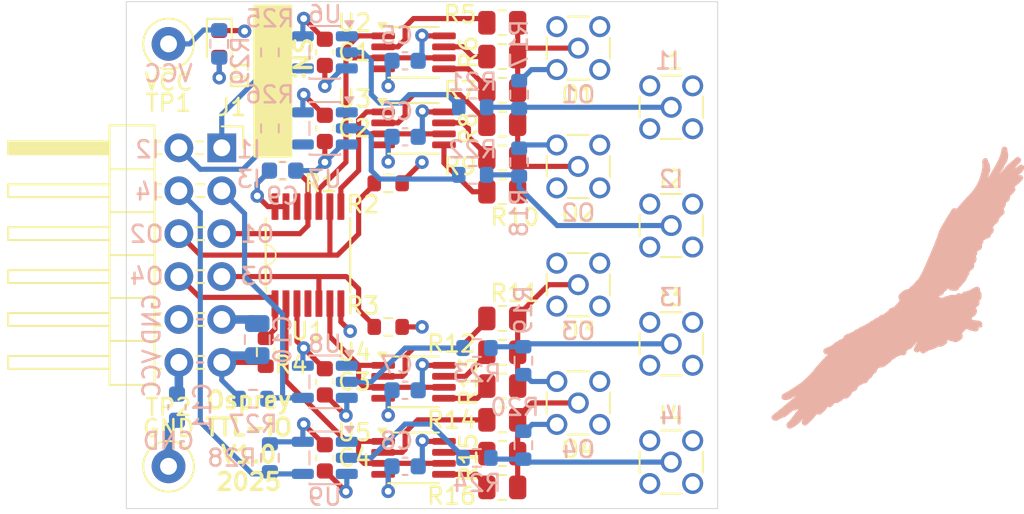
<source format=kicad_pcb>
(kicad_pcb (version 20241229) (generator "pcbnew") (generator_version "9.0")
  (title_block (title "LVTTL PMOD") (date "2025-11-04") (rev "v1.0") (company "SPDX-FileCopyrightText: 2025 Osprey DCS") (comment 1 "SPDX-License-Identifier: CERN-OHL-S-2.0+"))
  (layers (0 "F.Cu" signal) (4 "In1.Cu" signal) (6 "In2.Cu" signal) (2 "B.Cu" signal) (13 "F.Paste" user) (15 "B.Paste" user) (5 "F.SilkS" user "F.Silkscreen") (7 "B.SilkS" user "B.Silkscreen") (1 "F.Mask" user) (3 "B.Mask" user) (25 "Edge.Cuts" user))
  (net 0 "")
  (net 1 "GND")
  (net 2 "+3.3V")
  (net 3 "Net-(D1-A)")
  (net 4 "/PMOD_IN3")
  (net 5 "/PMOD_IN2")
  (net 6 "/PMOD_IN1")
  (net 7 "/PMOD_OUT2")
  (net 8 "/PMOD_IN4")
  (net 9 "/PMOD_OUT4")
  (net 10 "/PMOD_OUT1")
  (net 11 "/OUT1")
  (net 12 "/IN1")
  (net 13 "/OUT2")
  (net 14 "/IN2")
  (net 15 "/IN3")
  (net 16 "/IN4")
  (net 17 "/OUT4")
  (net 18 "/OUT3")
  (net 19 "Net-(U2-3Y)")
  (net 20 "Net-(U2-1Y)")
  (net 21 "Net-(U2-2Y)")
  (net 22 "Net-(U3-3Y)")
  (net 23 "Net-(U3-1Y)")
  (net 24 "Net-(U3-2Y)")
  (net 25 "Net-(U4-3Y)")
  (net 26 "Net-(U4-1Y)")
  (net 27 "Net-(U4-2Y)")
  (net 28 "Net-(U5-2Y)")
  (net 29 "Net-(U6-1A)")
  (net 30 "Net-(U7-1A)")
  (net 31 "Net-(U8-1A)")
  (net 32 "Net-(U9-1A)")
  (net 34 "Net-(U1-5Y)")
  (net 35 "Net-(U1-4Y)")
  (net 36 "Net-(U1-3Y)")
  (net 37 "/PMOD_OUT3")
  (net 38 "Net-(U1-1Y)")
  (net 42 "Net-(U5-1Y)")
  (net 45 "Net-(U5-3Y)")
  (footprint "0local:MMCX_THT_Vertical" (layer "F.Cu") (at 154.25 72.75)
    (property "Reference" "O1")
    (property "Value" "MMCX")
  )
  (footprint "0local:R_0805_2012Metric" (layer "F.Cu") (at 149.75 81.25)
    (property "Reference" "R10")
    (property "Value" "10")
  )
  (footprint "0local:LED_0603_1608Metric" (layer "F.Cu") (at 133 72.5 -90)
    (property "Reference" "D1")
    (property "Value" "LED_Green")
  )
  (footprint "0local:SN74LVC3G34DCT" (layer "F.Cu") (at 144.5 97)
    (property "Reference" "U5")
    (property "Value" "SN74LVC3G34DCT")
  )
  (footprint "0local:SN74LVC3G34DCT" (layer "F.Cu") (at 144.5 77.5)
    (property "Reference" "U3")
    (property "Value" "SN74LVC3G34DCT")
  )
  (footprint "0local:MMCX_THT_Vertical" (layer "F.Cu") (at 159.75 97.25)
    (property "Reference" "I4")
    (property "Value" "MMCX")
  )
  (footprint "0local:R_0805_2012Metric" (layer "F.Cu") (at 149.75 75.25)
    (property "Reference" "R7")
    (property "Value" "10")
  )
  (footprint "0local:TestPoint_Loop_D1.80mm_Drill1.0mm_Beaded" (layer "F.Cu") (at 130 72.5)
    (property "Reference" "TP1")
    (property "Value" "TestPointRed")
  )
  (footprint "0local:MMCX_THT_Vertical" (layer "F.Cu") (at 159.75 76.25)
    (property "Reference" "I1")
    (property "Value" "MMCX")
  )
  (footprint "0local:Mounting_Hole_Slot" (layer "F.Cu") (at 145.596 85)
    (property "Reference" "H1" (hide yes))
    (property "Value" "~" (hide yes))
  )
  (footprint "0local:R_0805_2012Metric" (layer "F.Cu") (at 149.75 92.75)
    (property "Reference" "R13")
    (property "Value" "10")
  )
  (footprint "0local:R_0805_2012Metric" (layer "F.Cu") (at 149.75 90.75)
    (property "Reference" "R12")
    (property "Value" "10")
  )
  (footprint "0local:C_0603_1608Metric" (layer "F.Cu") (at 139.25 92.5 90)
    (property "Reference" "C3")
    (property "Value" "100n")
  )
  (footprint "0local:R_0805_2012Metric" (layer "F.Cu") (at 149.75 77.25)
    (property "Reference" "R8")
    (property "Value" "10")
  )
  (footprint "0local:MMCX_THT_Vertical" (layer "F.Cu") (at 159.75 83.25)
    (property "Reference" "I2")
    (property "Value" "MMCX")
  )
  (footprint "0local:SN74AC1xPWR" (layer "F.Cu") (at 138.25 85 90)
    (property "Reference" "U1")
    (property "Value" "SN74AC14PWR")
  )
  (footprint "0local:R_0805_2012Metric" (layer "F.Cu") (at 149.75 79.25)
    (property "Reference" "R9")
    (property "Value" "10")
  )
  (footprint "0local:TestPoint_Loop_D1.80mm_Drill1.0mm_Beaded" (layer "F.Cu") (at 130 97.5)
    (property "Reference" "TP2")
    (property "Value" "TestPointBlack")
  )
  (footprint "0local:R_0603_1608Metric" (layer "F.Cu") (at 143 89.25 180)
    (property "Reference" "R3")
    (property "Value" "10k")
  )
  (footprint "0local:R_0603_1608Metric" (layer "F.Cu") (at 143 80.75 180)
    (property "Reference" "R2")
    (property "Value" "10k")
  )
  (footprint "0local:MMCX_THT_Vertical" (layer "F.Cu") (at 154.25 93.75)
    (property "Reference" "O4")
    (property "Value" "MMCX")
  )
  (footprint "0local:R_0805_2012Metric" (layer "F.Cu") (at 149.75 88.75)
    (property "Reference" "R11")
    (property "Value" "10")
  )
  (footprint "0local:R_0603_1608Metric" (layer "F.Cu") (at 135.75 90.75 90)
    (property "Reference" "R4")
    (property "Value" "10k")
  )
  (footprint "0local:SN74LVC3G34DCT" (layer "F.Cu") (at 144.5 73)
    (property "Reference" "U2")
    (property "Value" "SN74LVC3G34DCT")
  )
  (footprint "0local:MMCX_THT_Vertical" (layer "F.Cu") (at 159.75 90.25)
    (property "Reference" "I3")
    (property "Value" "MMCX")
  )
  (footprint "0local:MMCX_THT_Vertical" (layer "F.Cu") (at 154.25 86.75)
    (property "Reference" "O3")
    (property "Value" "MMCX")
  )
  (footprint "0local:R_0805_2012Metric" (layer "F.Cu") (at 149.75 94.75)
    (property "Reference" "R14")
    (property "Value" "10")
  )
  (footprint "0local:R_0805_2012Metric" (layer "F.Cu") (at 149.75 96.75)
    (property "Reference" "R15")
    (property "Value" "10")
  )
  (footprint "0local:C_0603_1608Metric" (layer "F.Cu") (at 139.25 97 90)
    (property "Reference" "C4")
    (property "Value" "100n")
  )
  (footprint "0local:C_0603_1608Metric" (layer "F.Cu") (at 139.25 73 90)
    (property "Reference" "C1")
    (property "Value" "100n")
  )
  (footprint "0local:R_0805_2012Metric" (layer "F.Cu") (at 149.75 73.25)
    (property "Reference" "R6")
    (property "Value" "10")
  )
  (footprint "0local:PMOD_2x06_P2.54mm_Mirrored" (layer "F.Cu") (at 133.15 91.35 180)
    (property "Reference" "J1")
    (property "Value" "PMOD")
  )
  (footprint "0local:MMCX_THT_Vertical" (layer "F.Cu") (at 154.25 79.75)
    (property "Reference" "O2")
    (property "Value" "MMCX")
  )
  (footprint "0local:R_0805_2012Metric" (layer "F.Cu") (at 149.75 98.75)
    (property "Reference" "R16")
    (property "Value" "10")
  )
  (footprint "0local:R_0603_1608Metric" (layer "F.Cu") (at 136.75 80)
    (property "Reference" "R1")
    (property "Value" "10k")
  )
  (footprint "0local:C_0603_1608Metric" (layer "F.Cu") (at 139.25 77.5 90)
    (property "Reference" "C2")
    (property "Value" "100n")
  )
  (footprint "0local:SN74LVC3G34DCT" (layer "F.Cu") (at 144.5 92.5)
    (property "Reference" "U4")
    (property "Value" "SN74LVC3G34DCT")
  )
  (footprint "0local:R_0805_2012Metric" (layer "F.Cu") (at 149.75 71.25)
    (property "Reference" "R5")
    (property "Value" "10")
  )
  (footprint "0local:C_0603_1608Metric" (layer "B.Cu") (at 144 93)
    (property "Reference" "C7")
    (property "Value" "100n")
  )
  (footprint "0local:R_0603_1608Metric" (layer "B.Cu") (at 148.25 90.5)
    (property "Reference" "R23")
    (property "Value" "1k")
  )
  (footprint "0local:R_0603_1608Metric" (layer "B.Cu") (at 148 80.25)
    (property "Reference" "R22")
    (property "Value" "1k")
  )
  (footprint "0local:R_0603_1608Metric" (layer "B.Cu") (at 150.75 75.5 -90)
    (property "Reference" "R17")
    (property "Value" "49.9k")
  )
  (footprint "0local:R_0603_1608Metric" (layer "B.Cu") (at 151 96.25 -90)
    (property "Reference" "R20")
    (property "Value" "49.9k")
  )
  (footprint "0local:R_0603_1608Metric" (layer "B.Cu") (at 151 91.25 90)
    (property "Reference" "R19")
    (property "Value" "49.9k")
  )
  (footprint "0local:C_0805_2012Metric" (layer "B.Cu") (at 135.25 90 90)
    (property "Reference" "C10")
    (property "Value" "10u")
  )
  (footprint "0local:SN74LVC1G16DBVR" (layer "B.Cu") (at 139.25 97 180)
    (property "Reference" "U9")
    (property "Value" "SN74LVC1G16DBVR")
  )
  (footprint "0local:R_0603_1608Metric" (layer "B.Cu") (at 150.75 79.5 -90)
    (property "Reference" "R18")
    (property "Value" "49.9k")
  )
  (footprint "0local:R_0603_1608Metric" (layer "B.Cu") (at 133 72.5 -90)
    (property "Reference" "R29")
    (property "Value" "1k")
  )
  (footprint "0local:C_0603_1608Metric" (layer "B.Cu") (at 130.5 94 -90)
    (property "Reference" "C11")
    (property "Value" "1u")
  )
  (footprint "0local:C_0603_1608Metric" (layer "B.Cu") (at 136.75 80 180)
    (property "Reference" "C9")
    (property "Value" "100n")
  )
  (footprint "0local:SN74LVC1G16DBVR" (layer "B.Cu") (at 139.25 77.5 180)
    (property "Reference" "U7")
    (property "Value" "SN74LVC1G16DBVR")
  )
  (footprint "0local:SN74LVC1G16DBVR" (layer "B.Cu") (at 139.25 92.5 180)
    (property "Reference" "U8")
    (property "Value" "SN74LVC1G16DBVR")
  )
  (footprint "0local:C_0603_1608Metric" (layer "B.Cu") (at 144 73.5)
    (property "Reference" "C5")
    (property "Value" "100n")
  )
  (footprint "0local:R_0603_1608Metric" (layer "B.Cu") (at 136 73 -90)
    (property "Reference" "R25")
    (property "Value" "10k")
  )
  (footprint "0local:SN74LVC1G16DBVR" (layer "B.Cu") (at 139.25 73 180)
    (property "Reference" "U6")
    (property "Value" "SN74LVC1G16DBVR")
  )
  (footprint "0local:Logo_2X" (layer "B.Cu") (at 173.118819 87.537283 180)
    (property "Reference" "Logo1" (hide yes))
    (property "Value" "Logo_Open_Hardware_Small" (hide yes))
  )
  (footprint "0local:C_0603_1608Metric" (layer "B.Cu") (at 144 78)
    (property "Reference" "C6")
    (property "Value" "100n")
  )
  (footprint "0local:R_0603_1608Metric" (layer "B.Cu") (at 148.25 97)
    (property "Reference" "R24")
    (property "Value" "1k")
  )
  (footprint "0local:R_0603_1608Metric" (layer "B.Cu") (at 135 93.5)
    (property "Reference" "R27")
    (property "Value" "10k")
  )
  (footprint "0local:R_0603_1608Metric" (layer "B.Cu") (at 136 97 -90)
    (property "Reference" "R28")
    (property "Value" "10k")
  )
  (footprint "0local:C_0603_1608Metric" (layer "B.Cu") (at 144 97.5)
    (property "Reference" "C8")
    (property "Value" "100n")
  )
  (footprint "0local:R_0603_1608Metric" (layer "B.Cu") (at 136 77.5 -90)
    (property "Reference" "R26")
    (property "Value" "10k")
  )
  (footprint "0local:R_0603_1608Metric" (layer "B.Cu") (at 148 76.25)
    (property "Reference" "R21")
    (property "Value" "1k")
  )
  (gr_rect (start 135.095 70.25) (end 137.25 79.15) (stroke (width 0.15)) (fill yes) (layer "F.SilkS"))
  (gr_line (start 131.7 91.35) (end 132.05 91.35) (stroke (width 0.15)) (layer "B.SilkS"))
  (gr_line (start 131.7 88.8) (end 132.05 88.8) (stroke (width 0.15)) (layer "B.SilkS"))
  (gr_rect (start 127.5 70) (end 162.5 100) (stroke (width 0.05)) (fill no) (layer "Edge.Cuts"))
  (gr_text "SN:" (at 137.3 72 270) (layer "F.SilkS") (effects (font (size 1 1) (thickness 0.2) (bold yes)) (justify left bottom)))
  (gr_text "GND" (at 130 95.25 0) (layer "F.SilkS") (effects (font (size 1 1))))
  (gr_text "VCC" (at 130 74.75 0) (layer "F.SilkS") (effects (font (size 1 1))))
  (gr_text "Osprey\nTTL-IO\nV1.0\n2025" (at 134.75 96 0) (layer "F.SilkS") (effects (font (size 1 1) (thickness 0.2) (bold yes))))
  (gr_text "I2" (at 128.75 78.75 0) (layer "B.SilkS") (effects (font (size 1 1)) (justify mirror)))
  (gr_text "O1" (at 154.25 75.5 0) (layer "B.SilkS") (effects (font (size 1 1)) (justify mirror)))
  (gr_text "I1" (at 159.5 73.5 0) (layer "B.SilkS") (effects (font (size 1 1)) (justify mirror)))
  (gr_text "VCC" (at 129 92 90) (layer "B.SilkS") (effects (font (size 1 1)) (justify mirror)))
  (gr_text "O1" (at 135.25 83.75 0) (layer "B.SilkS") (effects (font (size 1 1)) (justify mirror)))
  (gr_text "GND" (at 129 88.8 90) (layer "B.SilkS") (effects (font (size 1 1)) (justify mirror)))
  (gr_text "VCC" (at 130 74.25 0) (layer "B.SilkS") (effects (font (size 1 1)) (justify mirror)))
  (gr_text "O3" (at 154.25 89.5 0) (layer "B.SilkS") (effects (font (size 1 1)) (justify mirror)))
  (gr_text "O4" (at 128.7 86.25 0) (layer "B.SilkS") (effects (font (size 1 1)) (justify mirror)))
  (gr_text "O2" (at 154.25 82.5 0) (layer "B.SilkS") (effects (font (size 1 1)) (justify mirror)))
  (gr_text "I4" (at 128.75 81.25 0) (layer "B.SilkS") (effects (font (size 1 1)) (justify mirror)))
  (gr_text "O2" (at 128.7 83.75 0) (layer "B.SilkS") (effects (font (size 1 1)) (justify mirror)))
  (gr_text "I3" (at 159.75 87.5 0) (layer "B.SilkS") (effects (font (size 1 1)) (justify mirror)))
  (gr_text "I4" (at 159.75 94.5 0) (layer "B.SilkS") (effects (font (size 1 1)) (justify mirror)))
  (gr_text "O4" (at 154.25 96.5 0) (layer "B.SilkS") (effects (font (size 1 1)) (justify mirror)))
  (gr_text "I1" (at 134.75 78.75 0) (layer "B.SilkS") (effects (font (size 1 1)) (justify mirror)))
  (gr_text "GND" (at 130 96 0) (layer "B.SilkS") (effects (font (size 1 1)) (justify mirror)))
  (gr_text "O3" (at 135.25 86.25 0) (layer "B.SilkS") (effects (font (size 1 1)) (justify mirror)))
  (gr_text "I2" (at 159.75 80.5 0) (layer "B.SilkS") (effects (font (size 1 1)) (justify mirror)))
  (gr_text "I3" (at 134.75 80.5 0) (layer "B.SilkS") (effects (font (size 1 1)) (justify mirror)))
  (segment (start 142.975 73.975) (end 143 74) (width 0.3048) (layer "F.Cu") (net 1))
  (segment (start 142.7 97.975) (end 142.975 97.975) (width 0.3048) (layer "F.Cu") (net 1))
  (segment (start 139.25 93.275) (end 139.275 93.275) (width 0.3048) (layer "F.Cu") (net 1))
  (segment (start 139.275 93.275) (end 140.5 94.5) (width 0.3048) (layer "F.Cu") (net 1))
  (segment (start 142.7 93.475) (end 142.975 93.475) (width 0.3048) (layer "F.Cu") (net 1))
  (segment (start 143 93.5) (end 143 94.48) (width 0.3048) (layer "F.Cu") (net 1))
  (segment (start 134.4625 71.7125) (end 134.5 71.75) (width 0.3048) (layer "F.Cu") (net 1))
  (segment (start 140.2 88.95) (end 140.2 87.87) (width 0.3048) (layer "F.Cu") (net 1))
  (segment (start 142.975 93.475) (end 143 93.5) (width 0.3048) (layer "F.Cu") (net 1))
  (segment (start 143 78.5) (end 143 79.48) (width 0.3048) (layer "F.Cu") (net 1))
  (segment (start 142.975 97.975) (end 143 98) (width 0.3048) (layer "F.Cu") (net 1))
  (segment (start 143 74) (end 143 75) (width 0.3048) (layer "F.Cu") (net 1))
  (segment (start 142.7 78.475) (end 142.975 78.475) (width 0.3048) (layer "F.Cu") (net 1))
  (segment (start 133 71.7125) (end 134.4625 71.7125) (width 0.3048) (layer "F.Cu") (net 1))
  (segment (start 139.25 73.775) (end 139.25 75) (width 0.3048) (layer "F.Cu") (net 1))
  (segment (start 142.975 78.475) (end 143 78.5) (width 0.3048) (layer "F.Cu") (net 1))
  (segment (start 140.75 89.5) (end 140.2 88.95) (width 0.3048) (layer "F.Cu") (net 1))
  (segment (start 139.275 97.775) (end 140.5 99) (width 0.3048) (layer "F.Cu") (net 1))
  (segment (start 139.25 78.275) (end 139.25 79.5) (width 0.3048) (layer "F.Cu") (net 1))
  (segment (start 139.25 97.775) (end 139.275 97.775) (width 0.3048) (layer "F.Cu") (net 1))
  (segment (start 143 98) (end 143 98.98) (width 0.3048) (layer "F.Cu") (net 1))
  (segment (start 142.7 73.975) (end 142.975 73.975) (width 0.3048) (layer "F.Cu") (net 1))
  (via (at 143 98.98) (size 0.8) (drill 0.4) (layers "F.Cu" "B.Cu") (net 1))
  (via (at 143 94.48) (size 0.8) (drill 0.4) (layers "F.Cu" "B.Cu") (net 1))
  (via (at 140.75 89.5) (size 0.8) (drill 0.4) (layers "F.Cu" "B.Cu") (net 1))
  (via (at 139.25 79.5) (size 0.8) (drill 0.4) (layers "F.Cu" "B.Cu") (net 1))
  (via (at 143 75) (size 0.8) (drill 0.4) (layers "F.Cu" "B.Cu") (net 1))
  (via (at 143 79.48) (size 0.8) (drill 0.4) (layers "F.Cu" "B.Cu") (net 1))
  (via (at 140.5 94.5) (size 0.8) (drill 0.4) (layers "F.Cu" "B.Cu") (net 1))
  (via (at 139.25 75) (size 0.8) (drill 0.4) (layers "F.Cu" "B.Cu") (net 1))
  (via (at 140.5 99) (size 0.8) (drill 0.4) (layers "F.Cu" "B.Cu") (net 1))
  (via (at 134.5 71.75) (size 0.8) (drill 0.4) (layers "F.Cu" "B.Cu") (net 1))
  (segment (start 151.48 92.48) (end 152.98 92.48) (width 0.3048) (layer "B.Cu") (net 1))
  (segment (start 151 95.425) (end 151.115 95.425) (width 0.3048) (layer "B.Cu") (net 1))
  (segment (start 151.48 74.02) (end 152.98 74.02) (width 0.3048) (layer "B.Cu") (net 1))
  (segment (start 135.01 88.81) (end 133.15 88.81) (width 0.508) (layer "B.Cu") (net 1))
  (segment (start 143 93.225) (end 143 94.48) (width 0.3048) (layer "B.Cu") (net 1))
  (segment (start 150.825 74.675) (end 151.48 74.02) (width 0.3048) (layer "B.Cu") (net 1))
  (segment (start 151.115 95.425) (end 151.52 95.02) (width 0.3048) (layer "B.Cu") (net 1))
  (segment (start 151.075 92.075) (end 151.48 92.48) (width 0.3048) (layer "B.Cu") (net 1))
  (segment (start 143 73.725) (end 143.225 73.5) (width 0.3048) (layer "B.Cu") (net 1))
  (segment (start 150.75 74.675) (end 150.825 74.675) (width 0.3048) (layer "B.Cu") (net 1))
  (segment (start 130 95.275) (end 130 97.5) (width 0.508) (layer "B.Cu") (net 1))
  (segment (start 151.52 95.02) (end 152.98 95.02) (width 0.3048) (layer "B.Cu") (net 1))
  (segment (start 140.55 73.95) (end 140.3 73.95) (width 0.3048) (layer "B.Cu") (net 1))
  (segment (start 143.225 93) (end 143 93.225) (width 0.3048) (layer "B.Cu") (net 1))
  (segment (start 143 97.725) (end 143 98.98) (width 0.3048) (layer "B.Cu") (net 1))
  (segment (start 140.3 73.95) (end 139.25 75) (width 0.3048) (layer "B.Cu") (net 1))
  (segment (start 137.525 80) (end 138.75 80) (width 0.3048) (layer "B.Cu") (net 1))
  (segment (start 140.55 94.45) (end 140.5 94.5) (width 0.3048) (layer "B.Cu") (net 1))
  (segment (start 150.75 78.675) (end 150.945 78.48) (width 0.3048) (layer "B.Cu") (net 1))
  (segment (start 143 78.225) (end 143.225 78) (width 0.3048) (layer "B.Cu") (net 1))
  (segment (start 151 92.075) (end 151.075 92.075) (width 0.3048) (layer "B.Cu") (net 1))
  (segment (start 135.25 89.05) (end 135.01 88.81) (width 0.508) (layer "B.Cu") (net 1))
  (segment (start 138.75 80) (end 139.25 79.5) (width 0.3048) (layer "B.Cu") (net 1))
  (segment (start 140.55 93.45) (end 140.55 94.45) (width 0.3048) (layer "B.Cu") (net 1))
  (segment (start 140.3 78.45) (end 139.25 79.5) (width 0.3048) (layer "B.Cu") (net 1))
  (segment (start 130.5 94.775) (end 130 95.275) (width 0.508) (layer "B.Cu") (net 1))
  (segment (start 140.55 98.95) (end 140.5 99) (width 0.3048) (layer "B.Cu") (net 1))
  (segment (start 143.225 97.5) (end 143 97.725) (width 0.3048) (layer "B.Cu") (net 1))
  (segment (start 143 79.48) (end 143 78.225) (width 0.3048) (layer "B.Cu") (net 1))
  (segment (start 140.55 97.95) (end 140.55 98.95) (width 0.3048) (layer "B.Cu") (net 1))
  (segment (start 143 75) (end 143 73.725) (width 0.3048) (layer "B.Cu") (net 1))
  (segment (start 150.945 78.48) (end 152.98 78.48) (width 0.3048) (layer "B.Cu") (net 1))
  (segment (start 140.55 78.45) (end 140.3 78.45) (width 0.3048) (layer "B.Cu") (net 1))
  (segment (start 135.88 82.13) (end 135.25 81.5) (width 0.3048) (layer "F.Cu") (net 2))
  (segment (start 139.25 72.225) (end 139.225 72.225) (width 0.3048) (layer "F.Cu") (net 2))
  (segment (start 143.825 80.75) (end 143.825 80.675) (width 0.3048) (layer "F.Cu") (net 2))
  (segment (start 146.3 72.025) (end 145.025 72.025) (width 0.3048) (layer "F.Cu") (net 2))
  (segment (start 135.25 80.75) (end 135.25 81.5) (width 0.3048) (layer "F.Cu") (net 2))
  (segment (start 139.225 91.725) (end 138 90.5) (width 0.3048) (layer "F.Cu") (net 2))
  (segment (start 143.825 89.25) (end 145 89.25) (width 0.3048) (layer "F.Cu") (net 2))
  (segment (start 139.25 96.225) (end 139.225 96.225) (width 0.3048) (layer "F.Cu") (net 2))
  (segment (start 135.925 80.075) (end 135.25 80.75) (width 0.3048) (layer "F.Cu") (net 2))
  (segment (start 143.825 80.675) (end 145 79.5) (width 0.3048) (layer "F.Cu") (net 2))
  (segment (start 136.95 82.13) (end 136.3 82.13) (width 0.3048) (layer "F.Cu") (net 2))
  (segment (start 146.3 76.525) (end 145.065 76.525) (width 0.3048) (layer "F.Cu") (net 2))
  (segment (start 145.065 96.025) (end 145.02 95.98) (width 0.3048) (layer "F.Cu") (net 2))
  (segment (start 145.065 76.525) (end 145.02 76.48) (width 0.3048) (layer "F.Cu") (net 2))
  (segment (start 139.225 96.225) (end 138 95) (width 0.3048) (layer "F.Cu") (net 2))
  (segment (start 137.6 90.1) (end 138 90.5) (width 0.3048) (layer "F.Cu") (net 2))
  (segment (start 135.925 80) (end 135.925 80.075) (width 0.3048) (layer "F.Cu") (net 2))
  (segment (start 139.225 72.225) (end 138 71) (width 0.3048) (layer "F.Cu") (net 2))
  (segment (start 137.6 87.87) (end 137.6 90.1) (width 0.3048) (layer "F.Cu") (net 2))
  (segment (start 146.3 91.525) (end 145.065 91.525) (width 0.3048) (layer "F.Cu") (net 2))
  (segment (start 146.3 96.025) (end 145.065 96.025) (width 0.3048) (layer "F.Cu") (net 2))
  (segment (start 145.065 91.525) (end 145.02 91.48) (width 0.3048) (layer "F.Cu") (net 2))
  (segment (start 139.225 76.725) (end 138 75.5) (width 0.3048) (layer "F.Cu") (net 2))
  (segment (start 133.175 91.325) (end 133.15 91.35) (width 0.3048) (layer "F.Cu") (net 2))
  (segment (start 136.3 82.13) (end 135.88 82.13) (width 0.3048) (layer "F.Cu") (net 2))
  (segment (start 133.15 91.35) (end 135.525 91.35) (width 0.3048) (layer "F.Cu") (net 2))
  (segment (start 139.25 76.725) (end 139.225 76.725) (width 0.3048) (layer "F.Cu") (net 2))
  (segment (start 145.025 72.025) (end 145 72) (width 0.3048) (layer "F.Cu") (net 2))
  (segment (start 135.525 91.35) (end 135.75 91.575) (width 0.3048) (layer "F.Cu") (net 2))
  (segment (start 139.25 91.725) (end 139.225 91.725) (width 0.3048) (layer "F.Cu") (net 2))
  (via (at 145 89.25) (size 0.8) (drill 0.4) (layers "F.Cu" "B.Cu") (net 2))
  (via (at 138 71) (size 0.8) (drill 0.4) (layers "F.Cu" "B.Cu") (net 2))
  (via (at 145.02 91.48) (size 0.8) (drill 0.4) (layers "F.Cu" "B.Cu") (net 2))
  (via (at 145 79.5) (size 0.8) (drill 0.4) (layers "F.Cu" "B.Cu") (net 2))
  (via (at 138 90.5) (size 0.8) (drill 0.4) (layers "F.Cu" "B.Cu") (net 2))
  (via (at 145.02 76.48) (size 0.8) (drill 0.4) (layers "F.Cu" "B.Cu") (net 2))
  (via (at 138 75.5) (size 0.8) (drill 0.4) (layers "F.Cu" "B.Cu") (net 2))
  (via (at 145.02 95.98) (size 0.8) (drill 0.4) (layers "F.Cu" "B.Cu") (net 2))
  (via (at 138 95) (size 0.8) (drill 0.4) (layers "F.Cu" "B.Cu") (net 2))
  (via (at 145 72) (size 0.8) (drill 0.4) (layers "F.Cu" "B.Cu") (net 2))
  (via (at 135.25 81.5) (size 0.8) (drill 0.4) (layers "F.Cu" "B.Cu") (net 2))
  (segment (start 145.02 77.755) (end 144.775 78) (width 0.3048) (layer "B.Cu") (net 2))
  (segment (start 136.125 96.05) (end 136 96.175) (width 0.3048) (layer "B.Cu") (net 2))
  (segment (start 137.95 72.05) (end 136.125 72.05) (width 0.3048) (layer "B.Cu") (net 2))
  (segment (start 134.175 93.425) (end 133.15 92.4) (width 0.3048) (layer "B.Cu") (net 2))
  (segment (start 135.25 80.75) (end 135.25 81.5) (width 0.3048) (layer "B.Cu") (net 2))
  (segment (start 133.55 90.95) (end 135.25 90.95) (width 0.508) (layer "B.Cu") (net 2))
  (segment (start 145.02 97.255) (end 144.775 97.5) (width 0.3048) (layer "B.Cu") (net 2))
  (segment (start 137.95 90.55) (end 138 90.5) (width 0.3048) (layer "B.Cu") (net 2))
  (segment (start 132.075 71.675) (end 133 71.675) (width 0.3048) (layer "B.Cu") (net 2))
  (segment (start 137.95 76.55) (end 137.95 75.55) (width 0.3048) (layer "B.Cu") (net 2))
  (segment (start 135.975 80.025) (end 135.25 80.75) (width 0.3048) (layer "B.Cu") (net 2))
  (segment (start 131.25 72.5) (end 132.075 71.675) (width 0.3048) (layer "B.Cu") (net 2))
  (segment (start 137.95 75.55) (end 138 75.5) (width 0.3048) (layer "B.Cu") (net 2))
  (segment (start 136.125 76.55) (end 136 76.675) (width 0.3048) (layer "B.Cu") (net 2))
  (segment (start 130.61 93.115) (end 130.5 93.225) (width 0.508) (layer "B.Cu") (net 2))
  (segment (start 137.95 72.05) (end 137.95 71.05) (width 0.3048) (layer "B.Cu") (net 2))
  (segment (start 133.15 91.35) (end 133.55 90.95) (width 0.508) (layer "B.Cu") (net 2))
  (segment (start 137.95 71.05) (end 138 71) (width 0.3048) (layer "B.Cu") (net 2))
  (segment (start 136.125 72.05) (end 136 72.175) (width 0.3048) (layer "B.Cu") (net 2))
  (segment (start 134.175 93.5) (end 134.175 93.425) (width 0.3048) (layer "B.Cu") (net 2))
  (segment (start 135.975 80) (end 135.975 80.025) (width 0.3048) (layer "B.Cu") (net 2))
  (segment (start 130.61 91.35) (end 130.61 93.115) (width 0.508) (layer "B.Cu") (net 2))
  (segment (start 137.95 95.05) (end 138 95) (width 0.3048) (layer "B.Cu") (net 2))
  (segment (start 137.95 76.55) (end 136.125 76.55) (width 0.3048) (layer "B.Cu") (net 2))
  (segment (start 130 72.5) (end 131.25 72.5) (width 0.3048) (layer "B.Cu") (net 2))
  (segment (start 133.15 92.4) (end 133.15 91.35) (width 0.3048) (layer "B.Cu") (net 2))
  (segment (start 145.02 76.48) (end 145.02 77.755) (width 0.3048) (layer "B.Cu") (net 2))
  (segment (start 137.95 96.05) (end 137.95 95.05) (width 0.3048) (layer "B.Cu") (net 2))
  (segment (start 137.95 91.55) (end 137.95 90.55) (width 0.3048) (layer "B.Cu") (net 2))
  (segment (start 137.95 96.05) (end 136.125 96.05) (width 0.3048) (layer "B.Cu") (net 2))
  (segment (start 144.775 93) (end 145.02 92.755) (width 0.3048) (layer "B.Cu") (net 2))
  (segment (start 145.02 92.755) (end 145.02 91.48) (width 0.3048) (layer "B.Cu") (net 2))
  (segment (start 144.775 73.5) (end 145 73.275) (width 0.3048) (layer "B.Cu") (net 2))
  (segment (start 145 73.275) (end 145 72) (width 0.3048) (layer "B.Cu") (net 2))
  (segment (start 145.02 95.98) (end 145.02 97.255) (width 0.3048) (layer "B.Cu") (net 2))
  (segment (start 133 73.2875) (end 133 74.5) (width 0.3048) (layer "F.Cu") (net 3))
  (via (at 133 74.5) (size 0.8) (drill 0.4) (layers "F.Cu" "B.Cu") (net 3))
  (segment (start 133 73.325) (end 133 74.5) (width 0.3048) (layer "B.Cu") (net 3))
  (segment (start 134.5 86.25) (end 136.75 88.5) (width 0.3048) (layer "B.Cu") (net 4))
  (segment (start 134.5 82.54) (end 134.5 86.25) (width 0.3048) (layer "B.Cu") (net 4))
  (segment (start 133.15 81.19) (end 134.5 82.54) (width 0.3048) (layer "B.Cu") (net 4))
  (segment (start 137.95 93.45) (end 136.75 93.45) (width 0.3048) (layer "B.Cu") (net 4))
  (segment (start 135.875 93.45) (end 135.825 93.5) (width 0.3048) (layer "B.Cu") (net 4))
  (segment (start 136.75 88.5) (end 136.75 93.45) (width 0.3048) (layer "B.Cu") (net 4))
  (segment (start 136.75 93.45) (end 135.875 93.45) (width 0.3048) (layer "B.Cu") (net 4))
  (segment (start 130.61 78.65) (end 130.61 78.64) (width 0.3048) (layer "F.Cu") (net 5))
  (segment (start 137.95 78.45) (end 136.125 78.45) (width 0.3048) (layer "B.Cu") (net 5))
  (segment (start 136.125 78.45) (end 136 78.325) (width 0.3048) (layer "B.Cu") (net 5))
  (segment (start 130.61 78.65) (end 131.8799 79.9199) (width 0.3048) (layer "B.Cu") (net 5))
  (segment (start 131.8799 79.9199) (end 134.4051 79.9199) (width 0.3048) (layer "B.Cu") (net 5))
  (segment (start 134.4051 79.9199) (end 136 78.325) (width 0.3048) (layer "B.Cu") (net 5))
  (segment (start 133.35 78.65) (end 133.15 78.65) (width 0.3048) (layer "F.Cu") (net 6))
  (segment (start 133.15 78.65) (end 133.15 76.675) (width 0.3048) (layer "B.Cu") (net 6))
  (segment (start 136.125 73.95) (end 136 73.825) (width 0.3048) (layer "B.Cu") (net 6))
  (segment (start 137.95 73.95) (end 136.125 73.95) (width 0.3048) (layer "B.Cu") (net 6))
  (segment (start 133.15 76.675) (end 136 73.825) (width 0.3048) (layer "B.Cu") (net 6))
  (segment (start 142.175 80.825) (end 141.25 81.75) (width 0.3048) (layer "F.Cu") (net 7))
  (segment (start 141.25 83.75) (end 140 85) (width 0.3048) (layer "F.Cu") (net 7))
  (segment (start 142.175 80.75) (end 142.175 80.825) (width 0.3048) (layer "F.Cu") (net 7))
  (segment (start 140 85) (end 131.88 85) (width 0.3048) (layer "F.Cu") (net 7))
  (segment (start 139.55 82.13) (end 139.55 85) (width 0.3048) (layer "F.Cu") (net 7))
  (segment (start 131.88 85) (end 130.61 83.73) (width 0.3048) (layer "F.Cu") (net 7))
  (segment (start 141.25 81.75) (end 141.25 83.75) (width 0.3048) (layer "F.Cu") (net 7))
  (segment (start 131.88 82.46) (end 131.88 94.88) (width 0.3048) (layer "B.Cu") (net 8))
  (segment (start 134.95 97.95) (end 137.95 97.95) (width 0.3048) (layer "B.Cu") (net 8))
  (segment (start 131.88 94.88) (end 134.95 97.95) (width 0.3048) (layer "B.Cu") (net 8))
  (segment (start 130.61 81.19) (end 131.88 82.46) (width 0.3048) (layer "B.Cu") (net 8))
  (segment (start 134.998 87.502) (end 131.842 87.502) (width 0.3048) (layer "F.Cu") (net 9))
  (segment (start 136.25 87.5) (end 135 87.5) (width 0.3048) (layer "F.Cu") (net 9))
  (segment (start 135.75 89.925) (end 136.3 89.375) (width 0.3048) (layer "F.Cu") (net 9))
  (segment (start 131.842 87.502) (end 130.61 86.27) (width 0.3048) (layer "F.Cu") (net 9))
  (segment (start 136.3 87.87) (end 136.25 87.82) (width 0.3048) (layer "F.Cu") (net 9))
  (segment (start 135 87.5) (end 134.998 87.502) (width 0.3048) (layer "F.Cu") (net 9))
  (segment (start 136.25 87.82) (end 136.25 87.5) (width 0.3048) (layer "F.Cu") (net 9))
  (segment (start 136.3 87.87) (end 136.3 89.375) (width 0.3048) (layer "F.Cu") (net 9))
  (segment (start 138.25 80.675) (end 137.575 80) (width 0.3048) (layer "F.Cu") (net 10))
  (segment (start 138.25 83.25) (end 137.77 83.73) (width 0.3048) (layer "F.Cu") (net 10))
  (segment (start 138.25 82.13) (end 138.25 80.675) (width 0.3048) (layer "F.Cu") (net 10))
  (segment (start 137.77 83.73) (end 133.15 83.73) (width 0.3048) (layer "F.Cu") (net 10))
  (segment (start 138.25 82.13) (end 138.25 83.25) (width 0.3048) (layer "F.Cu") (net 10))
  (segment (start 154.25 72.75) (end 150.9125 72.75) (width 0.3048) (layer "F.Cu") (net 11))
  (segment (start 150.6625 75.25) (end 150.6625 71.25) (width 0.3048) (layer "F.Cu") (net 11))
  (segment (start 150.6625 73.25) (end 150.6625 73) (width 0.3048) (layer "F.Cu") (net 11))
  (segment (start 150.6625 73) (end 150.9125 72.75) (width 0.3048) (layer "F.Cu") (net 11))
  (segment (start 148.825 76.25) (end 150.675 76.25) (width 0.3048) (layer "B.Cu") (net 12))
  (segment (start 150.825 76.25) (end 150.75 76.325) (width 0.3048) (layer "B.Cu") (net 12))
  (segment (start 150.675 76.25) (end 150.75 76.325) (width 0.3048) (layer "B.Cu") (net 12))
  (segment (start 159.75 76.25) (end 150.825 76.25) (width 0.3048) (layer "B.Cu") (net 12))
  (segment (start 150.6625 79.5) (end 150.9125 79.75) (width 0.3048) (layer "F.Cu") (net 13))
  (segment (start 150.6625 77.25) (end 150.6625 81.25) (width 0.3048) (layer "F.Cu") (net 13))
  (segment (start 150.9125 79.75) (end 154.25 79.75) (width 0.3048) (layer "F.Cu") (net 13))
  (segment (start 150.6625 79.25) (end 150.6625 79.5) (width 0.3048) (layer "F.Cu") (net 13))
  (segment (start 153 83.25) (end 159.75 83.25) (width 0.3048) (layer "B.Cu") (net 14))
  (segment (start 150.675 80.25) (end 150.75 80.325) (width 0.3048) (layer "B.Cu") (net 14))
  (segment (start 150.75 80.575) (end 150.75 81) (width 0.3048) (layer "B.Cu") (net 14))
  (segment (start 150.75 81) (end 153 83.25) (width 0.3048) (layer "B.Cu") (net 14))
  (segment (start 148.825 80.25) (end 150.675 80.25) (width 0.3048) (layer "B.Cu") (net 14))
  (segment (start 149.15 90.425) (end 149.075 90.5) (width 0.3048) (layer "B.Cu") (net 15))
  (segment (start 151 90.425) (end 149.15 90.425) (width 0.3048) (layer "B.Cu") (net 15))
  (segment (start 159.75 90.25) (end 151.175 90.25) (width 0.3048) (layer "B.Cu") (net 15))
  (segment (start 151.175 90.25) (end 151 90.425) (width 0.3048) (layer "B.Cu") (net 15))
  (segment (start 149.15 97.075) (end 149.075 97) (width 0.3048) (layer "B.Cu") (net 16))
  (segment (start 151 97.075) (end 149.15 97.075) (width 0.3048) (layer "B.Cu") (net 16))
  (segment (start 159.75 97.25) (end 151.175 97.25) (width 0.3048) (layer "B.Cu") (net 16))
  (segment (start 151.175 97.25) (end 151 97.075) (width 0.3048) (layer "B.Cu") (net 16))
  (segment (start 150.6625 94.75) (end 150.6625 94.5875) (width 0.3048) (layer "F.Cu") (net 17))
  (segment (start 150.6625 98.75) (end 150.6625 94.75) (width 0.3048) (layer "F.Cu") (net 17))
  (segment (start 150.6625 94.5875) (end 151.5 93.75) (width 0.3048) (layer "F.Cu") (net 17))
  (segment (start 151.5 93.75) (end 154.25 93.75) (width 0.3048) (layer "F.Cu") (net 17))
  (segment (start 150.6625 88.75) (end 150.6625 92.75) (width 0.3048) (layer "F.Cu") (net 18))
  (segment (start 150.6625 88.5875) (end 152.5 86.75) (width 0.3048) (layer "F.Cu") (net 18))
  (segment (start 150.6625 88.75) (end 150.6625 88.5875) (width 0.3048) (layer "F.Cu") (net 18))
  (segment (start 152.5 86.75) (end 154.25 86.75) (width 0.3048) (layer "F.Cu") (net 18))
  (segment (start 144 72.25) (end 144 71.5) (width 0.3048) (layer "F.Cu") (net 19))
  (segment (start 144 71.5) (end 144.5 71) (width 0.3048) (layer "F.Cu") (net 19))
  (segment (start 148.5875 71) (end 148.8375 71.25) (width 0.3048) (layer "F.Cu") (net 19))
  (segment (start 142.7 72.675) (end 143.575 72.675) (width 0.3048) (layer "F.Cu") (net 19))
  (segment (start 143.575 72.675) (end 144 72.25) (width 0.3048) (layer "F.Cu") (net 19))
  (segment (start 144.5 71) (end 148.5875 71) (width 0.3048) (layer "F.Cu") (net 19))
  (segment (start 146.3 72.675) (end 147.425 72.675) (width 0.3048) (layer "F.Cu") (net 20))
  (segment (start 148 73.25) (end 148.8375 73.25) (width 0.3048) (layer "F.Cu") (net 20))
  (segment (start 147.425 72.675) (end 148 73.25) (width 0.3048) (layer "F.Cu") (net 20))
  (segment (start 147.725 73.975) (end 146.3 73.975) (width 0.3048) (layer "F.Cu") (net 21))
  (segment (start 148.8375 75.25) (end 148.8375 75.0875) (width 0.3048) (layer "F.Cu") (net 21))
  (segment (start 148.8375 75.0875) (end 147.725 73.975) (width 0.3048) (layer "F.Cu") (net 21))
  (segment (start 143.575 77.175) (end 142.7 77.175) (width 0.3048) (layer "F.Cu") (net 22))
  (segment (start 148.8375 77.0875) (end 147.25 75.5) (width 0.3048) (layer "F.Cu") (net 22))
  (segment (start 144.5 75.5) (end 144 76) (width 0.3048) (layer "F.Cu") (net 22))
  (segment (start 144 76) (end 144 76.75) (width 0.3048) (layer "F.Cu") (net 22))
  (segment (start 147.25 75.5) (end 144.5 75.5) (width 0.3048) (layer "F.Cu") (net 22))
  (segment (start 148.8375 77.25) (end 148.8375 77.0875) (width 0.3048) (layer "F.Cu") (net 22))
  (segment (start 144 76.75) (end 143.575 77.175) (width 0.3048) (layer "F.Cu") (net 22))
  (segment (start 148.8375 79.0875) (end 147.75 78) (width 0.3048) (layer "F.Cu") (net 23))
  (segment (start 147.75 78) (end 147.75 77.5) (width 0.3048) (layer "F.Cu") (net 23))
  (segment (start 147.425 77.175) (end 146.3 77.175) (width 0.3048) (layer "F.Cu") (net 23))
  (segment (start 148.8375 79.25) (end 148.8375 79.0875) (width 0.3048) (layer "F.Cu") (net 23))
  (segment (start 147.75 77.5) (end 147.425 77.175) (width 0.3048) (layer "F.Cu") (net 23))
  (segment (start 148.8375 81.25) (end 148.8375 81.0875) (width 0.3048) (layer "F.Cu") (net 24))
  (segment (start 146.3 78.475) (end 146.3 79.55) (width 0.3048) (layer "F.Cu") (net 24))
  (segment (start 148 81.25) (end 148.8375 81.25) (width 0.3048) (layer "F.Cu") (net 24))
  (segment (start 146.3 79.55) (end 148 81.25) (width 0.3048) (layer "F.Cu") (net 24))
  (segment (start 144.5 90.5) (end 147.25 90.5) (width 0.3048) (layer "F.Cu") (net 25))
  (segment (start 144 91) (end 144.5 90.5) (width 0.3048) (layer "F.Cu") (net 25))
  (segment (start 148.8375 88.9125) (end 148.8375 88.75) (width 0.3048) (layer "F.Cu") (net 25))
  (segment (start 144 92) (end 144 91) (width 0.3048) (layer "F.Cu") (net 25))
  (segment (start 147.25 90.5) (end 148.8375 88.9125) (width 0.3048) (layer "F.Cu") (net 25))
  (segment (start 143.825 92.175) (end 144 92) (width 0.3048) (layer "F.Cu") (net 25))
  (segment (start 142.7 92.175) (end 143.825 92.175) (width 0.3048) (layer "F.Cu") (net 25))
  (segment (start 147.575 92.175) (end 146.3 92.175) (width 0.3048) (layer "F.Cu") (net 26))
  (segment (start 148.8375 90.75) (end 148.8375 90.9125) (width 0.3048) (layer "F.Cu") (net 26))
  (segment (start 148.8375 90.9125) (end 147.575 92.175) (width 0.3048) (layer "F.Cu") (net 26))
  (segment (start 146.3 93.475) (end 148.275 93.475) (width 0.3048) (layer "F.Cu") (net 27))
  (segment (start 148.8375 92.9125) (end 148.275 93.475) (width 0.3048) (layer "F.Cu") (net 27))
  (segment (start 148.8375 92.75) (end 148.8375 92.9125) (width 0.3048) (layer "F.Cu") (net 27))
  (segment (start 148.8375 98.5875) (end 148.225 97.975) (width 0.3048) (layer "F.Cu") (net 28))
  (segment (start 148.8375 98.75) (end 148.8375 98.5875) (width 0.3048) (layer "F.Cu") (net 28))
  (segment (start 146.3 97.975) (end 148.225 97.975) (width 0.3048) (layer "F.Cu") (net 28))
  (segment (start 141.5 73) (end 140.55 73) (width 0.3048) (layer "B.Cu") (net 29))
  (segment (start 143.75 76) (end 142.5 76) (width 0.3048) (layer "B.Cu") (net 29))
  (segment (start 142 73.5) (end 141.5 73) (width 0.3048) (layer "B.Cu") (net 29))
  (segment (start 146.5 75.5) (end 144.25 75.5) (width 0.3048) (layer "B.Cu") (net 29))
  (segment (start 147.175 76.175) (end 146.5 75.5) (width 0.3048) (layer "B.Cu") (net 29))
  (segment (start 142.5 76) (end 142 75.5) (width 0.3048) (layer "B.Cu") (net 29))
  (segment (start 147.175 76.25) (end 147.175 76.175) (width 0.3048) (layer "B.Cu") (net 29))
  (segment (start 142 75.5) (end 142 73.5) (width 0.3048) (layer "B.Cu") (net 29))
  (segment (start 144.25 75.5) (end 143.75 76) (width 0.3048) (layer "B.Cu") (net 29))
  (segment (start 142.5 80.5) (end 146.925 80.5) (width 0.3048) (layer "B.Cu") (net 30))
  (segment (start 142 78) (end 141.5 77.5) (width 0.3048) (layer "B.Cu") (net 30))
  (segment (start 142 80) (end 142 78) (width 0.3048) (layer "B.Cu") (net 30))
  (segment (start 146.925 80.5) (end 147.175 80.25) (width 0.3048) (layer "B.Cu") (net 30))
  (segment (start 141.5 77.5) (end 140.55 77.5) (width 0.3048) (layer "B.Cu") (net 30))
  (segment (start 142.5 80.5) (end 142 80) (width 0.3048) (layer "B.Cu") (net 30))
  (segment (start 147.425 90.5) (end 144 90.5) (width 0.3048) (layer "B.Cu") (net 31))
  (segment (start 144 90.5) (end 142 92.5) (width 0.3048) (layer "B.Cu") (net 31))
  (segment (start 142 92.5) (end 140.55 92.5) (width 0.3048) (layer "B.Cu") (net 31))
  (segment (start 144 95) (end 142 97) (width 0.3048) (layer "B.Cu") (net 32))
  (segment (start 145.5 95) (end 144 95) (width 0.3048) (layer "B.Cu") (net 32))
  (segment (start 142 97) (end 140.55 97) (width 0.3048) (layer "B.Cu") (net 32))
  (segment (start 147.425 97) (end 147.425 96.925) (width 0.3048) (layer "B.Cu") (net 32))
  (segment (start 147.425 96.925) (end 145.5 95) (width 0.3048) (layer "B.Cu") (net 32))
  (segment (start 142.7 72.025) (end 141.225 72.025) (width 0.3048) (layer "F.Cu") (net 34))
  (segment (start 140.5 79.5) (end 138.9 81.1) (width 0.3048) (layer "F.Cu") (net 34))
  (segment (start 140.5 72.75) (end 140.5 79.5) (width 0.3048) (layer "F.Cu") (net 34))
  (segment (start 140.5 73.325) (end 146.3 73.325) (width 0.3048) (layer "F.Cu") (net 34))
  (segment (start 138.9 81.1) (end 138.9 82.13) (width 0.3048) (layer "F.Cu") (net 34))
  (segment (start 141.225 72.025) (end 140.5 72.75) (width 0.3048) (layer "F.Cu") (net 34))
  (segment (start 141.725 76.525) (end 142.7 76.525) (width 0.3048) (layer "F.Cu") (net 35))
  (segment (start 141.25 77) (end 141.725 76.525) (width 0.3048) (layer "F.Cu") (net 35))
  (segment (start 140.2 82.13) (end 140.2 81.05) (width 0.3048) (layer "F.Cu") (net 35))
  (segment (start 141.25 77.825) (end 146.3 77.825) (width 0.3048) (layer "F.Cu") (net 35))
  (segment (start 141.25 80) (end 141.25 77) (width 0.3048) (layer "F.Cu") (net 35))
  (segment (start 140.2 81.05) (end 141.25 80) (width 0.3048) (layer "F.Cu") (net 35))
  (segment (start 141.575 92.825) (end 146.3 92.825) (width 0.3048) (layer "F.Cu") (net 36))
  (segment (start 139.55 89.825) (end 141.25 91.525) (width 0.3048) (layer "F.Cu") (net 36))
  (segment (start 139.55 87.87) (end 139.55 89.825) (width 0.3048) (layer "F.Cu") (net 36))
  (segment (start 141.25 92.5) (end 141.575 92.825) (width 0.3048) (layer "F.Cu") (net 36))
  (segment (start 142.7 91.525) (end 141.25 91.525) (width 0.3048) (layer "F.Cu") (net 36))
  (segment (start 141.25 91.525) (end 141.25 92.5) (width 0.3048) (layer "F.Cu") (net 36))
  (segment (start 142.175 89.25) (end 142.175 89.175) (width 0.3048) (layer "F.Cu") (net 37))
  (segment (start 138.9 87.87) (end 138.9 86.27) (width 0.3048) (layer "F.Cu") (net 37))
  (segment (start 141.25 87) (end 140.52 86.27) (width 0.3048) (layer "F.Cu") (net 37))
  (segment (start 141.25 88.25) (end 141.25 87) (width 0.3048) (layer "F.Cu") (net 37))
  (segment (start 142.175 89.175) (end 141.25 88.25) (width 0.3048) (layer "F.Cu") (net 37))
  (segment (start 140.52 86.27) (end 133.15 86.27) (width 0.3048) (layer "F.Cu") (net 37))
  (segment (start 136.95 92.45) (end 136.95 87.87) (width 0.3048) (layer "F.Cu") (net 38))
  (segment (start 141.575 97.325) (end 141.25 97) (width 0.3048) (layer "F.Cu") (net 38))
  (segment (start 146.3 97.325) (end 141.575 97.325) (width 0.3048) (layer "F.Cu") (net 38))
  (segment (start 140.525 96.025) (end 136.95 92.45) (width 0.3048) (layer "F.Cu") (net 38))
  (segment (start 142.7 96.025) (end 141.25 96.025) (width 0.3048) (layer "F.Cu") (net 38))
  (segment (start 141.25 96.025) (end 140.525 96.025) (width 0.3048) (layer "F.Cu") (net 38))
  (segment (start 141.25 97) (end 141.25 96.025) (width 0.3048) (layer "F.Cu") (net 38))
  (segment (start 146.3 96.675) (end 148.7625 96.675) (width 0.3048) (layer "F.Cu") (net 42))
  (segment (start 148.7625 96.675) (end 148.8375 96.75) (width 0.3048) (layer "F.Cu") (net 42))
  (segment (start 144 96.5) (end 144 95.5) (width 0.3048) (layer "F.Cu") (net 45))
  (segment (start 144.75 94.75) (end 148.8375 94.75) (width 0.3048) (layer "F.Cu") (net 45))
  (segment (start 144 95.5) (end 144.75 94.75) (width 0.3048) (layer "F.Cu") (net 45))
  (segment (start 142.7 96.675) (end 143.825 96.675) (width 0.3048) (layer "F.Cu") (net 45))
  (segment (start 143.825 96.675) (end 144 96.5) (width 0.3048) (layer "F.Cu") (net 45))
)
</source>
